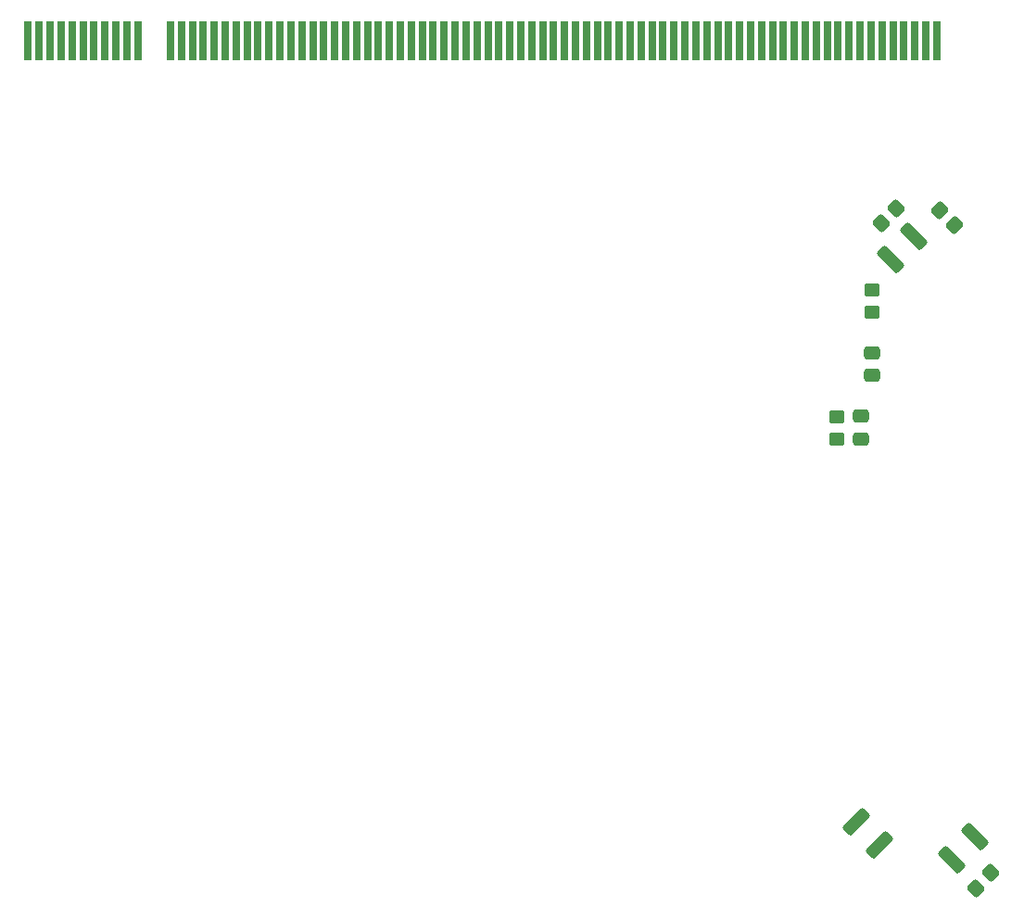
<source format=gbr>
%TF.GenerationSoftware,KiCad,Pcbnew,8.0.5*%
%TF.CreationDate,2024-10-29T15:45:57-04:00*%
%TF.ProjectId,Controller,436f6e74-726f-46c6-9c65-722e6b696361,rev?*%
%TF.SameCoordinates,Original*%
%TF.FileFunction,Paste,Bot*%
%TF.FilePolarity,Positive*%
%FSLAX46Y46*%
G04 Gerber Fmt 4.6, Leading zero omitted, Abs format (unit mm)*
G04 Created by KiCad (PCBNEW 8.0.5) date 2024-10-29 15:45:57*
%MOMM*%
%LPD*%
G01*
G04 APERTURE LIST*
G04 Aperture macros list*
%AMRoundRect*
0 Rectangle with rounded corners*
0 $1 Rounding radius*
0 $2 $3 $4 $5 $6 $7 $8 $9 X,Y pos of 4 corners*
0 Add a 4 corners polygon primitive as box body*
4,1,4,$2,$3,$4,$5,$6,$7,$8,$9,$2,$3,0*
0 Add four circle primitives for the rounded corners*
1,1,$1+$1,$2,$3*
1,1,$1+$1,$4,$5*
1,1,$1+$1,$6,$7*
1,1,$1+$1,$8,$9*
0 Add four rect primitives between the rounded corners*
20,1,$1+$1,$2,$3,$4,$5,0*
20,1,$1+$1,$4,$5,$6,$7,0*
20,1,$1+$1,$6,$7,$8,$9,0*
20,1,$1+$1,$8,$9,$2,$3,0*%
G04 Aperture macros list end*
%ADD10RoundRect,0.250000X-1.007627X-0.548008X-0.548008X-1.007627X1.007627X0.548008X0.548008X1.007627X0*%
%ADD11RoundRect,0.250000X0.565685X0.070711X0.070711X0.565685X-0.565685X-0.070711X-0.070711X-0.565685X0*%
%ADD12RoundRect,0.250000X0.548008X-1.007627X1.007627X-0.548008X-0.548008X1.007627X-1.007627X0.548008X0*%
%ADD13R,0.700000X3.600000*%
%ADD14RoundRect,0.250000X-0.475000X0.337500X-0.475000X-0.337500X0.475000X-0.337500X0.475000X0.337500X0*%
%ADD15RoundRect,0.250000X0.070711X-0.565685X0.565685X-0.070711X-0.070711X0.565685X-0.565685X0.070711X0*%
%ADD16RoundRect,0.250000X0.450000X-0.350000X0.450000X0.350000X-0.450000X0.350000X-0.450000X-0.350000X0*%
%ADD17RoundRect,0.250000X-0.548008X1.007627X-1.007627X0.548008X0.548008X-1.007627X1.007627X-0.548008X0*%
%ADD18RoundRect,0.250000X-0.070711X0.565685X-0.565685X0.070711X0.070711X-0.565685X0.565685X-0.070711X0*%
%ADD19RoundRect,0.250000X-0.450000X0.350000X-0.450000X-0.350000X0.450000X-0.350000X0.450000X0.350000X0*%
G04 APERTURE END LIST*
D10*
%TO.C,C3*%
X222386534Y-114814034D03*
X224472500Y-116900000D03*
%TD*%
D11*
%TO.C,R5*%
X231386714Y-60314214D03*
X229972500Y-58900000D03*
%TD*%
D12*
%TO.C,C5*%
X225519517Y-63412983D03*
X227605483Y-61327017D03*
%TD*%
D13*
%TO.C,J2*%
X146725000Y-43450000D03*
X147725000Y-43450000D03*
X148725000Y-43450000D03*
X149725000Y-43450000D03*
X150725000Y-43450000D03*
X151725000Y-43450000D03*
X152725000Y-43450000D03*
X153725000Y-43450000D03*
X154725000Y-43450000D03*
X155725000Y-43450000D03*
X156725000Y-43450000D03*
X159725000Y-43450000D03*
X160725000Y-43450000D03*
X161725000Y-43450000D03*
X162725000Y-43450000D03*
X163725000Y-43450000D03*
X164725000Y-43450000D03*
X165725000Y-43450000D03*
X166725000Y-43450000D03*
X167725000Y-43450000D03*
X168725000Y-43450000D03*
X169725000Y-43450000D03*
X170725000Y-43450000D03*
X171725000Y-43450000D03*
X172725000Y-43450000D03*
X173725000Y-43450000D03*
X174725000Y-43450000D03*
X175725000Y-43450000D03*
X176725000Y-43450000D03*
X177725000Y-43450000D03*
X178725000Y-43450000D03*
X179725000Y-43450000D03*
X180725000Y-43450000D03*
X181725000Y-43450000D03*
X182725000Y-43450000D03*
X183725000Y-43450000D03*
X184725000Y-43450000D03*
X185725000Y-43450000D03*
X186725000Y-43450000D03*
X187725000Y-43450000D03*
X188725000Y-43450000D03*
X189725000Y-43450000D03*
X190725000Y-43450000D03*
X191725000Y-43450000D03*
X192725000Y-43450000D03*
X193725000Y-43450000D03*
X194725000Y-43450000D03*
X195725000Y-43450000D03*
X196725000Y-43450000D03*
X197725000Y-43450000D03*
X198725000Y-43450000D03*
X199725000Y-43450000D03*
X200725000Y-43450000D03*
X201725000Y-43450000D03*
X202725000Y-43450000D03*
X203725000Y-43450000D03*
X204725000Y-43450000D03*
X205725000Y-43450000D03*
X206725000Y-43450000D03*
X207725000Y-43450000D03*
X208725000Y-43450000D03*
X209725000Y-43450000D03*
X210725000Y-43450000D03*
X211725000Y-43450000D03*
X212725000Y-43450000D03*
X213725000Y-43450000D03*
X214725000Y-43450000D03*
X215725000Y-43450000D03*
X216725000Y-43450000D03*
X217725000Y-43450000D03*
X218725000Y-43450000D03*
X219725000Y-43450000D03*
X220725000Y-43450000D03*
X221725000Y-43450000D03*
X222725000Y-43450000D03*
X223725000Y-43450000D03*
X224725000Y-43450000D03*
X225725000Y-43450000D03*
X226725000Y-43450000D03*
X227725000Y-43450000D03*
X228725000Y-43450000D03*
X229725000Y-43450000D03*
%TD*%
D14*
%TO.C,C1*%
X223805000Y-71962500D03*
X223805000Y-74037500D03*
%TD*%
D15*
%TO.C,R6*%
X224645393Y-60137107D03*
X226059607Y-58722893D03*
%TD*%
D16*
%TO.C,R2*%
X220605000Y-79800000D03*
X220605000Y-77800000D03*
%TD*%
D17*
%TO.C,C4*%
X233208376Y-116182632D03*
X231122410Y-118268598D03*
%TD*%
D18*
%TO.C,R7*%
X234679607Y-119464384D03*
X233265393Y-120878598D03*
%TD*%
D19*
%TO.C,R8*%
X223805000Y-66200000D03*
X223805000Y-68200000D03*
%TD*%
D14*
%TO.C,C2*%
X222805000Y-77762500D03*
X222805000Y-79837500D03*
%TD*%
M02*

</source>
